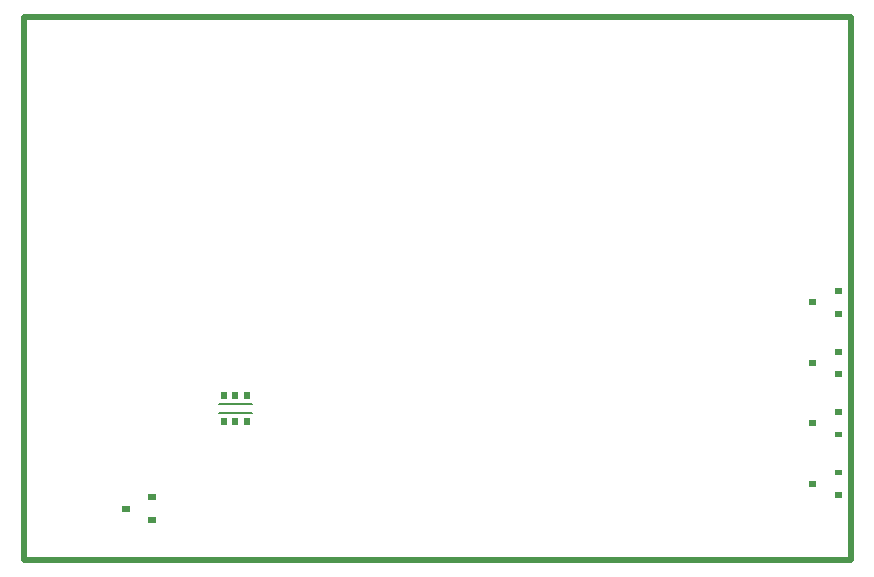
<source format=gm1>
G04*
G04 #@! TF.GenerationSoftware,Altium Limited,Altium Designer,19.1.8 (144)*
G04*
G04 Layer_Color=16711935*
%FSLAX25Y25*%
%MOIN*%
G70*
G01*
G75*
%ADD15C,0.00600*%
%ADD76C,0.02000*%
G36*
X272812Y88734D02*
X270455D01*
Y90698D01*
X272812D01*
Y88734D01*
D02*
G37*
G36*
X264150Y84985D02*
X261766D01*
Y86958D01*
X264150D01*
Y84985D01*
D02*
G37*
G36*
X272812Y81242D02*
X270455D01*
Y83218D01*
X272812D01*
Y81242D01*
D02*
G37*
G36*
Y68576D02*
X270455D01*
Y70540D01*
X272812D01*
Y68576D01*
D02*
G37*
G36*
X264150Y64827D02*
X261766D01*
Y66800D01*
X264150D01*
Y64827D01*
D02*
G37*
G36*
X272812Y61084D02*
X270455D01*
Y63060D01*
X272812D01*
Y61084D01*
D02*
G37*
G36*
X75246Y53650D02*
X73256D01*
Y56037D01*
X75246D01*
Y53650D01*
D02*
G37*
G36*
X71488D02*
X69516D01*
Y56034D01*
X71488D01*
Y53650D01*
D02*
G37*
G36*
X67730D02*
X65776D01*
Y56040D01*
X67730D01*
Y53650D01*
D02*
G37*
G36*
X272812Y48418D02*
X270455D01*
Y50382D01*
X272812D01*
Y48418D01*
D02*
G37*
G36*
X75232Y44988D02*
X73256D01*
Y47345D01*
X75232D01*
Y44988D01*
D02*
G37*
G36*
X71486D02*
X69516D01*
Y47346D01*
X71486D01*
Y44988D01*
D02*
G37*
G36*
X67739D02*
X65776D01*
Y47345D01*
X67739D01*
Y44988D01*
D02*
G37*
G36*
X264150Y44669D02*
X261766D01*
Y46642D01*
X264150D01*
Y44669D01*
D02*
G37*
G36*
X272812Y40926D02*
X270455D01*
Y42902D01*
X272812D01*
Y40926D01*
D02*
G37*
G36*
Y28260D02*
X270455D01*
Y30224D01*
X272812D01*
Y28260D01*
D02*
G37*
G36*
X264150Y24512D02*
X261766D01*
Y26484D01*
X264150D01*
Y24512D01*
D02*
G37*
G36*
X272812Y20768D02*
X270455D01*
Y22744D01*
X272812D01*
Y20768D01*
D02*
G37*
G36*
X43912Y19956D02*
X41555D01*
Y21932D01*
X43912D01*
Y19956D01*
D02*
G37*
G36*
X35250Y16216D02*
X32866D01*
Y18188D01*
X35250D01*
Y16216D01*
D02*
G37*
G36*
X43912Y12476D02*
X41555D01*
Y14439D01*
X43912D01*
Y12476D01*
D02*
G37*
D15*
X64902Y52075D02*
X76102D01*
X64902Y48925D02*
X76102D01*
D76*
X0Y0D02*
X275590D01*
Y181102D01*
X0D02*
X275590D01*
X0Y0D02*
Y181102D01*
M02*

</source>
